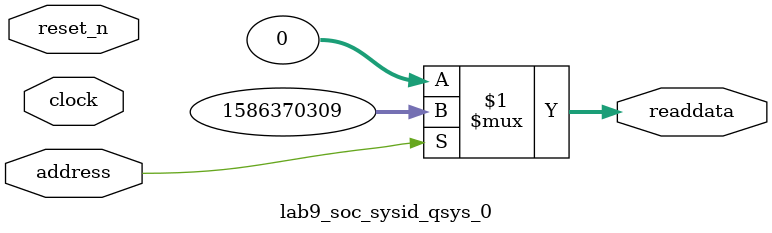
<source format=v>



// synthesis translate_off
`timescale 1ns / 1ps
// synthesis translate_on

// turn off superfluous verilog processor warnings 
// altera message_level Level1 
// altera message_off 10034 10035 10036 10037 10230 10240 10030 

module lab9_soc_sysid_qsys_0 (
               // inputs:
                address,
                clock,
                reset_n,

               // outputs:
                readdata
             )
;

  output  [ 31: 0] readdata;
  input            address;
  input            clock;
  input            reset_n;

  wire    [ 31: 0] readdata;
  //control_slave, which is an e_avalon_slave
  assign readdata = address ? 1586370309 : 0;

endmodule



</source>
